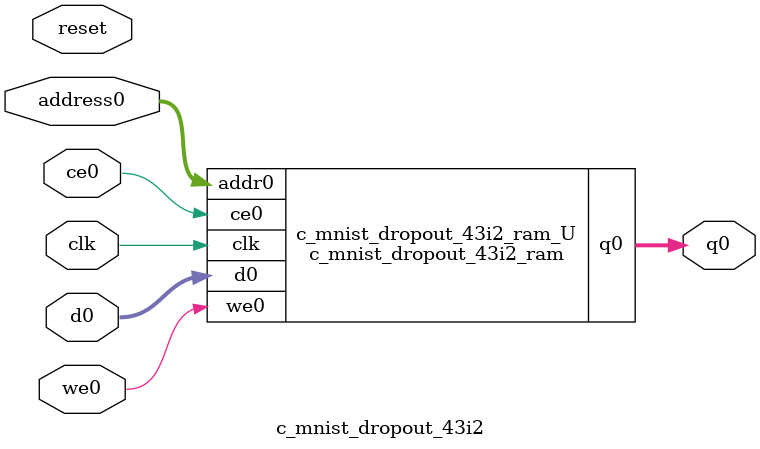
<source format=v>

`timescale 1 ns / 1 ps
module c_mnist_dropout_43i2_ram (addr0, ce0, d0, we0, q0,  clk);

parameter DWIDTH = 32;
parameter AWIDTH = 6;
parameter MEM_SIZE = 49;

input[AWIDTH-1:0] addr0;
input ce0;
input[DWIDTH-1:0] d0;
input we0;
output reg[DWIDTH-1:0] q0;
input clk;

(* ram_style = "block" *)reg [DWIDTH-1:0] ram[0:MEM_SIZE-1];




always @(posedge clk)  
begin 
    if (ce0) 
    begin
        if (we0) 
        begin 
            ram[addr0] <= d0; 
            q0 <= d0;
        end 
        else 
            q0 <= ram[addr0];
    end
end


endmodule


`timescale 1 ns / 1 ps
module c_mnist_dropout_43i2(
    reset,
    clk,
    address0,
    ce0,
    we0,
    d0,
    q0);

parameter DataWidth = 32'd32;
parameter AddressRange = 32'd49;
parameter AddressWidth = 32'd6;
input reset;
input clk;
input[AddressWidth - 1:0] address0;
input ce0;
input we0;
input[DataWidth - 1:0] d0;
output[DataWidth - 1:0] q0;



c_mnist_dropout_43i2_ram c_mnist_dropout_43i2_ram_U(
    .clk( clk ),
    .addr0( address0 ),
    .ce0( ce0 ),
    .we0( we0 ),
    .d0( d0 ),
    .q0( q0 ));

endmodule


</source>
